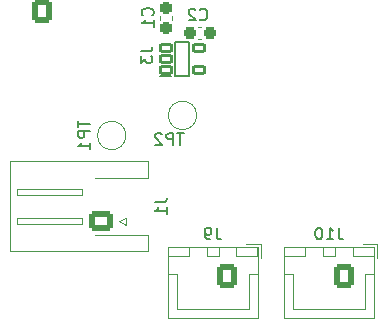
<source format=gbo>
G04 #@! TF.GenerationSoftware,KiCad,Pcbnew,8.0.8*
G04 #@! TF.CreationDate,2025-02-05T20:31:25+01:00*
G04 #@! TF.ProjectId,Janus_finalV,4a616e75-735f-4666-996e-616c562e6b69,rev?*
G04 #@! TF.SameCoordinates,Original*
G04 #@! TF.FileFunction,Legend,Bot*
G04 #@! TF.FilePolarity,Positive*
%FSLAX46Y46*%
G04 Gerber Fmt 4.6, Leading zero omitted, Abs format (unit mm)*
G04 Created by KiCad (PCBNEW 8.0.8) date 2025-02-05 20:31:25*
%MOMM*%
%LPD*%
G01*
G04 APERTURE LIST*
G04 Aperture macros list*
%AMRoundRect*
0 Rectangle with rounded corners*
0 $1 Rounding radius*
0 $2 $3 $4 $5 $6 $7 $8 $9 X,Y pos of 4 corners*
0 Add a 4 corners polygon primitive as box body*
4,1,4,$2,$3,$4,$5,$6,$7,$8,$9,$2,$3,0*
0 Add four circle primitives for the rounded corners*
1,1,$1+$1,$2,$3*
1,1,$1+$1,$4,$5*
1,1,$1+$1,$6,$7*
1,1,$1+$1,$8,$9*
0 Add four rect primitives between the rounded corners*
20,1,$1+$1,$2,$3,$4,$5,0*
20,1,$1+$1,$4,$5,$6,$7,0*
20,1,$1+$1,$6,$7,$8,$9,0*
20,1,$1+$1,$8,$9,$2,$3,0*%
G04 Aperture macros list end*
%ADD10C,0.150000*%
%ADD11C,0.120000*%
%ADD12C,0.200000*%
%ADD13R,1.700000X1.700000*%
%ADD14O,1.700000X1.700000*%
%ADD15C,5.400000*%
%ADD16RoundRect,0.250000X-0.625000X0.350000X-0.625000X-0.350000X0.625000X-0.350000X0.625000X0.350000X0*%
%ADD17O,1.750000X1.200000*%
%ADD18R,1.700000X2.500000*%
%ADD19O,1.700000X2.500000*%
%ADD20RoundRect,0.250000X-0.600000X-0.725000X0.600000X-0.725000X0.600000X0.725000X-0.600000X0.725000X0*%
%ADD21O,1.700000X1.950000*%
%ADD22RoundRect,0.250000X0.600000X0.725000X-0.600000X0.725000X-0.600000X-0.725000X0.600000X-0.725000X0*%
%ADD23C,2.000000*%
%ADD24RoundRect,0.250000X0.600000X0.750000X-0.600000X0.750000X-0.600000X-0.750000X0.600000X-0.750000X0*%
%ADD25O,1.700000X2.000000*%
%ADD26RoundRect,0.250000X0.750000X-0.600000X0.750000X0.600000X-0.750000X0.600000X-0.750000X-0.600000X0*%
%ADD27O,2.000000X1.700000*%
%ADD28RoundRect,0.102000X-0.450000X-0.300000X0.450000X-0.300000X0.450000X0.300000X-0.450000X0.300000X0*%
%ADD29RoundRect,0.237500X-0.300000X-0.237500X0.300000X-0.237500X0.300000X0.237500X-0.300000X0.237500X0*%
%ADD30RoundRect,0.237500X0.237500X-0.300000X0.237500X0.300000X-0.237500X0.300000X-0.237500X-0.300000X0*%
G04 APERTURE END LIST*
D10*
X126211904Y-72604819D02*
X125640476Y-72604819D01*
X125926190Y-73604819D02*
X125926190Y-72604819D01*
X125307142Y-73604819D02*
X125307142Y-72604819D01*
X125307142Y-72604819D02*
X124926190Y-72604819D01*
X124926190Y-72604819D02*
X124830952Y-72652438D01*
X124830952Y-72652438D02*
X124783333Y-72700057D01*
X124783333Y-72700057D02*
X124735714Y-72795295D01*
X124735714Y-72795295D02*
X124735714Y-72938152D01*
X124735714Y-72938152D02*
X124783333Y-73033390D01*
X124783333Y-73033390D02*
X124830952Y-73081009D01*
X124830952Y-73081009D02*
X124926190Y-73128628D01*
X124926190Y-73128628D02*
X125307142Y-73128628D01*
X124354761Y-72700057D02*
X124307142Y-72652438D01*
X124307142Y-72652438D02*
X124211904Y-72604819D01*
X124211904Y-72604819D02*
X123973809Y-72604819D01*
X123973809Y-72604819D02*
X123878571Y-72652438D01*
X123878571Y-72652438D02*
X123830952Y-72700057D01*
X123830952Y-72700057D02*
X123783333Y-72795295D01*
X123783333Y-72795295D02*
X123783333Y-72890533D01*
X123783333Y-72890533D02*
X123830952Y-73033390D01*
X123830952Y-73033390D02*
X124402380Y-73604819D01*
X124402380Y-73604819D02*
X123783333Y-73604819D01*
X128983333Y-80604819D02*
X128983333Y-81319104D01*
X128983333Y-81319104D02*
X129030952Y-81461961D01*
X129030952Y-81461961D02*
X129126190Y-81557200D01*
X129126190Y-81557200D02*
X129269047Y-81604819D01*
X129269047Y-81604819D02*
X129364285Y-81604819D01*
X128459523Y-81604819D02*
X128269047Y-81604819D01*
X128269047Y-81604819D02*
X128173809Y-81557200D01*
X128173809Y-81557200D02*
X128126190Y-81509580D01*
X128126190Y-81509580D02*
X128030952Y-81366723D01*
X128030952Y-81366723D02*
X127983333Y-81176247D01*
X127983333Y-81176247D02*
X127983333Y-80795295D01*
X127983333Y-80795295D02*
X128030952Y-80700057D01*
X128030952Y-80700057D02*
X128078571Y-80652438D01*
X128078571Y-80652438D02*
X128173809Y-80604819D01*
X128173809Y-80604819D02*
X128364285Y-80604819D01*
X128364285Y-80604819D02*
X128459523Y-80652438D01*
X128459523Y-80652438D02*
X128507142Y-80700057D01*
X128507142Y-80700057D02*
X128554761Y-80795295D01*
X128554761Y-80795295D02*
X128554761Y-81033390D01*
X128554761Y-81033390D02*
X128507142Y-81128628D01*
X128507142Y-81128628D02*
X128459523Y-81176247D01*
X128459523Y-81176247D02*
X128364285Y-81223866D01*
X128364285Y-81223866D02*
X128173809Y-81223866D01*
X128173809Y-81223866D02*
X128078571Y-81176247D01*
X128078571Y-81176247D02*
X128030952Y-81128628D01*
X128030952Y-81128628D02*
X127983333Y-81033390D01*
X123754819Y-78466666D02*
X124469104Y-78466666D01*
X124469104Y-78466666D02*
X124611961Y-78419047D01*
X124611961Y-78419047D02*
X124707200Y-78323809D01*
X124707200Y-78323809D02*
X124754819Y-78180952D01*
X124754819Y-78180952D02*
X124754819Y-78085714D01*
X124754819Y-79466666D02*
X124754819Y-78895238D01*
X124754819Y-79180952D02*
X123754819Y-79180952D01*
X123754819Y-79180952D02*
X123897676Y-79085714D01*
X123897676Y-79085714D02*
X123992914Y-78990476D01*
X123992914Y-78990476D02*
X124040533Y-78895238D01*
X117254819Y-71538095D02*
X117254819Y-72109523D01*
X118254819Y-71823809D02*
X117254819Y-71823809D01*
X118254819Y-72442857D02*
X117254819Y-72442857D01*
X117254819Y-72442857D02*
X117254819Y-72823809D01*
X117254819Y-72823809D02*
X117302438Y-72919047D01*
X117302438Y-72919047D02*
X117350057Y-72966666D01*
X117350057Y-72966666D02*
X117445295Y-73014285D01*
X117445295Y-73014285D02*
X117588152Y-73014285D01*
X117588152Y-73014285D02*
X117683390Y-72966666D01*
X117683390Y-72966666D02*
X117731009Y-72919047D01*
X117731009Y-72919047D02*
X117778628Y-72823809D01*
X117778628Y-72823809D02*
X117778628Y-72442857D01*
X118254819Y-73966666D02*
X118254819Y-73395238D01*
X118254819Y-73680952D02*
X117254819Y-73680952D01*
X117254819Y-73680952D02*
X117397676Y-73585714D01*
X117397676Y-73585714D02*
X117492914Y-73490476D01*
X117492914Y-73490476D02*
X117540533Y-73395238D01*
X139309523Y-80604819D02*
X139309523Y-81319104D01*
X139309523Y-81319104D02*
X139357142Y-81461961D01*
X139357142Y-81461961D02*
X139452380Y-81557200D01*
X139452380Y-81557200D02*
X139595237Y-81604819D01*
X139595237Y-81604819D02*
X139690475Y-81604819D01*
X138309523Y-81604819D02*
X138880951Y-81604819D01*
X138595237Y-81604819D02*
X138595237Y-80604819D01*
X138595237Y-80604819D02*
X138690475Y-80747676D01*
X138690475Y-80747676D02*
X138785713Y-80842914D01*
X138785713Y-80842914D02*
X138880951Y-80890533D01*
X137690475Y-80604819D02*
X137595237Y-80604819D01*
X137595237Y-80604819D02*
X137499999Y-80652438D01*
X137499999Y-80652438D02*
X137452380Y-80700057D01*
X137452380Y-80700057D02*
X137404761Y-80795295D01*
X137404761Y-80795295D02*
X137357142Y-80985771D01*
X137357142Y-80985771D02*
X137357142Y-81223866D01*
X137357142Y-81223866D02*
X137404761Y-81414342D01*
X137404761Y-81414342D02*
X137452380Y-81509580D01*
X137452380Y-81509580D02*
X137499999Y-81557200D01*
X137499999Y-81557200D02*
X137595237Y-81604819D01*
X137595237Y-81604819D02*
X137690475Y-81604819D01*
X137690475Y-81604819D02*
X137785713Y-81557200D01*
X137785713Y-81557200D02*
X137833332Y-81509580D01*
X137833332Y-81509580D02*
X137880951Y-81414342D01*
X137880951Y-81414342D02*
X137928570Y-81223866D01*
X137928570Y-81223866D02*
X137928570Y-80985771D01*
X137928570Y-80985771D02*
X137880951Y-80795295D01*
X137880951Y-80795295D02*
X137833332Y-80700057D01*
X137833332Y-80700057D02*
X137785713Y-80652438D01*
X137785713Y-80652438D02*
X137690475Y-80604819D01*
X122554819Y-65666666D02*
X123269104Y-65666666D01*
X123269104Y-65666666D02*
X123411961Y-65619047D01*
X123411961Y-65619047D02*
X123507200Y-65523809D01*
X123507200Y-65523809D02*
X123554819Y-65380952D01*
X123554819Y-65380952D02*
X123554819Y-65285714D01*
X122554819Y-66047619D02*
X122554819Y-66666666D01*
X122554819Y-66666666D02*
X122935771Y-66333333D01*
X122935771Y-66333333D02*
X122935771Y-66476190D01*
X122935771Y-66476190D02*
X122983390Y-66571428D01*
X122983390Y-66571428D02*
X123031009Y-66619047D01*
X123031009Y-66619047D02*
X123126247Y-66666666D01*
X123126247Y-66666666D02*
X123364342Y-66666666D01*
X123364342Y-66666666D02*
X123459580Y-66619047D01*
X123459580Y-66619047D02*
X123507200Y-66571428D01*
X123507200Y-66571428D02*
X123554819Y-66476190D01*
X123554819Y-66476190D02*
X123554819Y-66190476D01*
X123554819Y-66190476D02*
X123507200Y-66095238D01*
X123507200Y-66095238D02*
X123459580Y-66047619D01*
X127566666Y-62959580D02*
X127614285Y-63007200D01*
X127614285Y-63007200D02*
X127757142Y-63054819D01*
X127757142Y-63054819D02*
X127852380Y-63054819D01*
X127852380Y-63054819D02*
X127995237Y-63007200D01*
X127995237Y-63007200D02*
X128090475Y-62911961D01*
X128090475Y-62911961D02*
X128138094Y-62816723D01*
X128138094Y-62816723D02*
X128185713Y-62626247D01*
X128185713Y-62626247D02*
X128185713Y-62483390D01*
X128185713Y-62483390D02*
X128138094Y-62292914D01*
X128138094Y-62292914D02*
X128090475Y-62197676D01*
X128090475Y-62197676D02*
X127995237Y-62102438D01*
X127995237Y-62102438D02*
X127852380Y-62054819D01*
X127852380Y-62054819D02*
X127757142Y-62054819D01*
X127757142Y-62054819D02*
X127614285Y-62102438D01*
X127614285Y-62102438D02*
X127566666Y-62150057D01*
X127185713Y-62150057D02*
X127138094Y-62102438D01*
X127138094Y-62102438D02*
X127042856Y-62054819D01*
X127042856Y-62054819D02*
X126804761Y-62054819D01*
X126804761Y-62054819D02*
X126709523Y-62102438D01*
X126709523Y-62102438D02*
X126661904Y-62150057D01*
X126661904Y-62150057D02*
X126614285Y-62245295D01*
X126614285Y-62245295D02*
X126614285Y-62340533D01*
X126614285Y-62340533D02*
X126661904Y-62483390D01*
X126661904Y-62483390D02*
X127233332Y-63054819D01*
X127233332Y-63054819D02*
X126614285Y-63054819D01*
X123559580Y-62633333D02*
X123607200Y-62585714D01*
X123607200Y-62585714D02*
X123654819Y-62442857D01*
X123654819Y-62442857D02*
X123654819Y-62347619D01*
X123654819Y-62347619D02*
X123607200Y-62204762D01*
X123607200Y-62204762D02*
X123511961Y-62109524D01*
X123511961Y-62109524D02*
X123416723Y-62061905D01*
X123416723Y-62061905D02*
X123226247Y-62014286D01*
X123226247Y-62014286D02*
X123083390Y-62014286D01*
X123083390Y-62014286D02*
X122892914Y-62061905D01*
X122892914Y-62061905D02*
X122797676Y-62109524D01*
X122797676Y-62109524D02*
X122702438Y-62204762D01*
X122702438Y-62204762D02*
X122654819Y-62347619D01*
X122654819Y-62347619D02*
X122654819Y-62442857D01*
X122654819Y-62442857D02*
X122702438Y-62585714D01*
X122702438Y-62585714D02*
X122750057Y-62633333D01*
X123654819Y-63585714D02*
X123654819Y-63014286D01*
X123654819Y-63300000D02*
X122654819Y-63300000D01*
X122654819Y-63300000D02*
X122797676Y-63204762D01*
X122797676Y-63204762D02*
X122892914Y-63109524D01*
X122892914Y-63109524D02*
X122940533Y-63014286D01*
D11*
X127300000Y-71100000D02*
G75*
G02*
X124900000Y-71100000I-1200000J0D01*
G01*
X124900000Y-71100000D02*
G75*
G02*
X127300000Y-71100000I1200000J0D01*
G01*
X124840000Y-82240000D02*
X124840000Y-88210000D01*
X124840000Y-88210000D02*
X132460000Y-88210000D01*
X124850000Y-82250000D02*
X124850000Y-83000000D01*
X124850000Y-83000000D02*
X126650000Y-83000000D01*
X125600000Y-84500000D02*
X124850000Y-84500000D01*
X125600000Y-87450000D02*
X125600000Y-84500000D01*
X126650000Y-82250000D02*
X124850000Y-82250000D01*
X126650000Y-83000000D02*
X126650000Y-82250000D01*
X128150000Y-82250000D02*
X128150000Y-83000000D01*
X128150000Y-83000000D02*
X129150000Y-83000000D01*
X128650000Y-87450000D02*
X125600000Y-87450000D01*
X128650000Y-87450000D02*
X131700000Y-87450000D01*
X129150000Y-82250000D02*
X128150000Y-82250000D01*
X129150000Y-83000000D02*
X129150000Y-82250000D01*
X130650000Y-82250000D02*
X130650000Y-83000000D01*
X130650000Y-83000000D02*
X132450000Y-83000000D01*
X131700000Y-84500000D02*
X132450000Y-84500000D01*
X131700000Y-87450000D02*
X131700000Y-84500000D01*
X132450000Y-82250000D02*
X130650000Y-82250000D01*
X132450000Y-83000000D02*
X132450000Y-82250000D01*
X132460000Y-82240000D02*
X124840000Y-82240000D01*
X132460000Y-88210000D02*
X132460000Y-82240000D01*
X132750000Y-81950000D02*
X131500000Y-81950000D01*
X132750000Y-83200000D02*
X132750000Y-81950000D01*
X111490000Y-74990000D02*
X111490000Y-78800000D01*
X111490000Y-82610000D02*
X111490000Y-78800000D01*
X112100000Y-77300000D02*
X112100000Y-77800000D01*
X112100000Y-77800000D02*
X117600000Y-77800000D01*
X112100000Y-79800000D02*
X112100000Y-80300000D01*
X112100000Y-80300000D02*
X117600000Y-80300000D01*
X117600000Y-77300000D02*
X112100000Y-77300000D01*
X117600000Y-77800000D02*
X117600000Y-77300000D01*
X117600000Y-79800000D02*
X112100000Y-79800000D01*
X117600000Y-80300000D02*
X117600000Y-79800000D01*
X118710000Y-76410000D02*
X123210000Y-76410000D01*
X118710000Y-81190000D02*
X123210000Y-81190000D01*
X120700000Y-80050000D02*
X121300000Y-79750000D01*
X121300000Y-79750000D02*
X121300000Y-80350000D01*
X121300000Y-80350000D02*
X120700000Y-80050000D01*
X123210000Y-74990000D02*
X111490000Y-74990000D01*
X123210000Y-76410000D02*
X123210000Y-74990000D01*
X123210000Y-81190000D02*
X123210000Y-82610000D01*
X123210000Y-82610000D02*
X111490000Y-82610000D01*
X121300000Y-72800000D02*
G75*
G02*
X118900000Y-72800000I-1200000J0D01*
G01*
X118900000Y-72800000D02*
G75*
G02*
X121300000Y-72800000I1200000J0D01*
G01*
X134690000Y-82240000D02*
X134690000Y-88210000D01*
X134690000Y-88210000D02*
X142310000Y-88210000D01*
X134700000Y-82250000D02*
X134700000Y-83000000D01*
X134700000Y-83000000D02*
X136500000Y-83000000D01*
X135450000Y-84500000D02*
X134700000Y-84500000D01*
X135450000Y-87450000D02*
X135450000Y-84500000D01*
X136500000Y-82250000D02*
X134700000Y-82250000D01*
X136500000Y-83000000D02*
X136500000Y-82250000D01*
X138000000Y-82250000D02*
X138000000Y-83000000D01*
X138000000Y-83000000D02*
X139000000Y-83000000D01*
X138500000Y-87450000D02*
X135450000Y-87450000D01*
X138500000Y-87450000D02*
X141550000Y-87450000D01*
X139000000Y-82250000D02*
X138000000Y-82250000D01*
X139000000Y-83000000D02*
X139000000Y-82250000D01*
X140500000Y-82250000D02*
X140500000Y-83000000D01*
X140500000Y-83000000D02*
X142300000Y-83000000D01*
X141550000Y-84500000D02*
X142300000Y-84500000D01*
X141550000Y-87450000D02*
X141550000Y-84500000D01*
X142300000Y-82250000D02*
X140500000Y-82250000D01*
X142300000Y-83000000D02*
X142300000Y-82250000D01*
X142310000Y-82240000D02*
X134690000Y-82240000D01*
X142310000Y-88210000D02*
X142310000Y-82240000D01*
X142600000Y-81950000D02*
X141350000Y-81950000D01*
X142600000Y-83200000D02*
X142600000Y-81950000D01*
D12*
X125112500Y-67800000D02*
X124212500Y-67800000D01*
X125462500Y-64850000D02*
X126662500Y-64850000D01*
X125462500Y-67750000D02*
X125462500Y-64850000D01*
X126662500Y-64850000D02*
X126662500Y-67750000D01*
X126662500Y-67750000D02*
X125462500Y-67750000D01*
D11*
X127708767Y-63590000D02*
X127416233Y-63590000D01*
X127708767Y-64610000D02*
X127416233Y-64610000D01*
X124190000Y-62716233D02*
X124190000Y-63008767D01*
X125210000Y-62716233D02*
X125210000Y-63008767D01*
%LPC*%
D13*
X147700000Y-80080000D03*
D14*
X145160000Y-80080000D03*
X142620000Y-80080000D03*
X140080000Y-80080000D03*
D15*
X147000000Y-85600000D03*
D16*
X121500000Y-41600000D03*
D17*
X121500000Y-43600000D03*
X121500000Y-45600000D03*
X121500000Y-47600000D03*
D13*
X147700000Y-77540000D03*
D14*
X145160000Y-77540000D03*
X142620000Y-77540000D03*
X140080000Y-77540000D03*
D18*
X114820000Y-69100000D03*
D19*
X117360000Y-69100000D03*
X119900000Y-69100000D03*
D15*
X114400000Y-41600000D03*
D20*
X114200000Y-62300000D03*
D21*
X116700000Y-62300000D03*
X119200000Y-62300000D03*
D20*
X114300000Y-54000000D03*
D21*
X116800000Y-54000000D03*
X119300000Y-54000000D03*
D13*
X147700000Y-75000000D03*
D14*
X145160000Y-75000000D03*
X142620000Y-75000000D03*
X140080000Y-75000000D03*
D15*
X147000000Y-41600000D03*
X114400000Y-85600000D03*
D22*
X139900000Y-47200000D03*
D21*
X137400000Y-47200000D03*
X134900000Y-47200000D03*
X132400000Y-47200000D03*
X129900000Y-47200000D03*
X127400000Y-47200000D03*
D23*
X126100000Y-71100000D03*
D24*
X129900000Y-84700000D03*
D25*
X127400000Y-84700000D03*
D26*
X119200000Y-80050000D03*
D27*
X119200000Y-77550000D03*
D23*
X120100000Y-72800000D03*
D24*
X139750000Y-84700000D03*
D25*
X137250000Y-84700000D03*
D28*
X124662500Y-67250000D03*
X124662500Y-66300000D03*
X124662500Y-65350000D03*
X127462500Y-65350000D03*
X127462500Y-67250000D03*
D29*
X126700000Y-64100000D03*
X128425000Y-64100000D03*
D30*
X124700000Y-63725000D03*
X124700000Y-62000000D03*
%LPD*%
M02*

</source>
